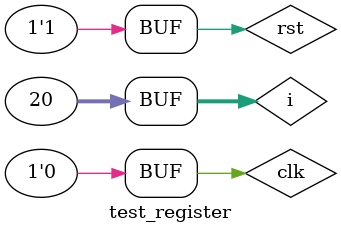
<source format=v>
module test_register;
    reg rst, clk;
    wire [ 2:0] ra1, ra2, wa;
    wire [31:0] rd1, rd2;
    wire [31:0] wd;
    wire        we;
    integer      i;

    register tregister(ra1, ra2, wa, rd1, rd2, wd, we, clk, rst);

    initial begin
        clk = 0;
        for (i = 0; i < 20; i = i + 1)
          #50 clk = ~clk;
    end

    initial begin
        rst = 1;
        #10 rst = 0;
        #10 rst = 1;
    end

    initial
      $monitor($stime, rst, clk);

endmodule

</source>
